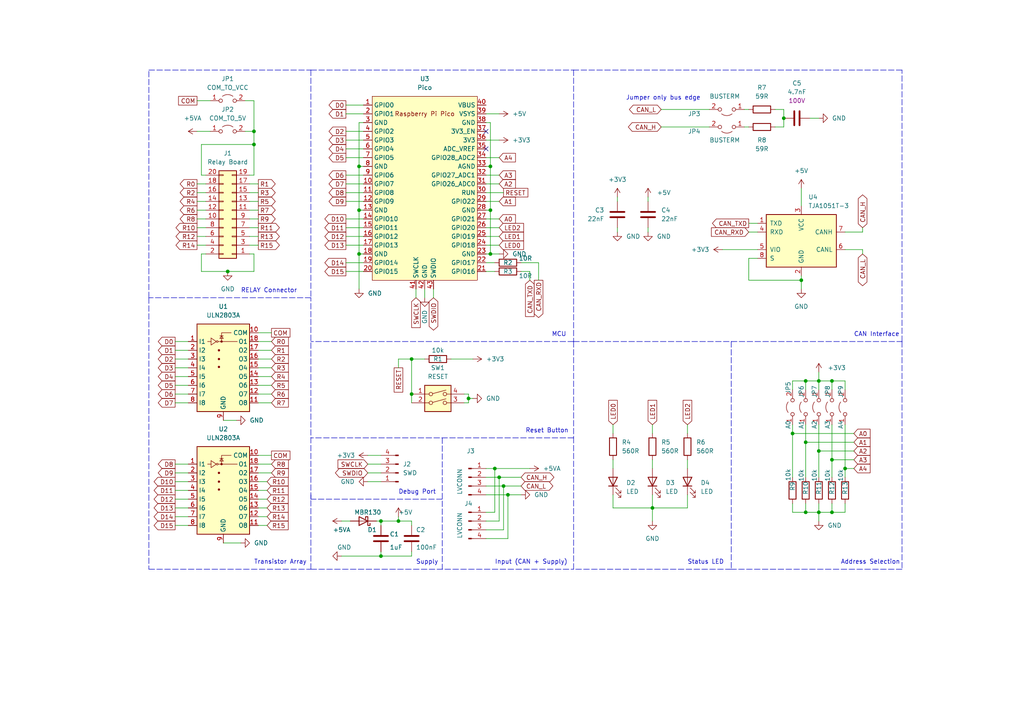
<source format=kicad_sch>
(kicad_sch (version 20211123) (generator eeschema)
  (paper "A4")
  (junction (at 241.3 148.59))
  (junction (at 227.33 34.29))
  (junction (at 233.68 148.59))
  (junction (at 110.49 151.13))
  (junction (at 119.38 104.14))
  (junction (at 233.68 110.49))
  (junction (at 189.23 147.32))
  (junction (at 110.49 161.29))
  (junction (at 237.49 148.59))
  (junction (at 135.89 115.57))
  (junction (at 104.14 48.26))
  (junction (at 229.87 125.73))
  (junction (at 144.78 138.43))
  (junction (at 245.11 135.89))
  (junction (at 142.24 60.96))
  (junction (at 142.24 48.26))
  (junction (at 104.14 73.66))
  (junction (at 73.66 38.1))
  (junction (at 119.38 114.3))
  (junction (at 143.51 135.89))
  (junction (at 241.3 133.35))
  (junction (at 66.04 78.74))
  (junction (at 115.57 151.13))
  (junction (at 232.41 81.28))
  (junction (at 147.32 143.51))
  (junction (at 237.49 110.49))
  (junction (at 233.68 128.27))
  (junction (at 146.05 140.97))
  (junction (at 237.49 130.81))
  (junction (at 104.14 60.96))
  (junction (at 241.3 110.49))
  (junction (at 142.24 73.66))
  (junction (at 73.66 41.91))
  (no_connect (at 140.97 43.18))
  (no_connect (at 140.97 38.1))
  (wire (pts (xy 119.38 104.14) (xy 119.38 114.3)))
  (wire (pts (xy 229.87 146.05) (xy 229.87 148.59)))
  (wire (pts (xy 227.33 36.83) (xy 227.33 34.29)))
  (wire (pts (xy 250.19 66.04) (xy 250.19 67.31)))
  (wire (pts (xy 140.97 76.2) (xy 143.51 76.2)))
  (wire (pts (xy 237.49 107.95) (xy 237.49 110.49)))
  (wire (pts (xy 233.68 148.59) (xy 233.68 146.05)))
  (wire (pts (xy 72.39 53.34) (xy 74.93 53.34)))
  (wire (pts (xy 100.33 78.74) (xy 105.41 78.74)))
  (polyline (pts (xy 90.17 20.32) (xy 166.37 20.32)))
  (wire (pts (xy 241.3 110.49) (xy 245.11 110.49)))
  (wire (pts (xy 50.8 116.84) (xy 54.61 116.84)))
  (wire (pts (xy 140.97 66.04) (xy 144.78 66.04)))
  (wire (pts (xy 177.8 123.19) (xy 177.8 125.73)))
  (wire (pts (xy 57.15 55.88) (xy 59.69 55.88)))
  (wire (pts (xy 100.33 53.34) (xy 105.41 53.34)))
  (wire (pts (xy 57.15 63.5) (xy 59.69 63.5)))
  (wire (pts (xy 140.97 58.42) (xy 144.78 58.42)))
  (wire (pts (xy 109.22 151.13) (xy 110.49 151.13)))
  (wire (pts (xy 245.11 146.05) (xy 245.11 148.59)))
  (wire (pts (xy 245.11 148.59) (xy 241.3 148.59)))
  (wire (pts (xy 123.19 83.82) (xy 123.19 86.36)))
  (wire (pts (xy 146.05 153.67) (xy 146.05 140.97)))
  (wire (pts (xy 50.8 147.32) (xy 54.61 147.32)))
  (wire (pts (xy 74.93 142.24) (xy 77.47 142.24)))
  (wire (pts (xy 50.8 106.68) (xy 54.61 106.68)))
  (wire (pts (xy 189.23 133.35) (xy 189.23 135.89)))
  (wire (pts (xy 74.93 134.62) (xy 78.74 134.62)))
  (wire (pts (xy 219.71 74.93) (xy 217.17 74.93)))
  (wire (pts (xy 74.93 99.06) (xy 78.74 99.06)))
  (wire (pts (xy 233.68 110.49) (xy 233.68 113.03)))
  (wire (pts (xy 179.07 66.04) (xy 179.07 67.31)))
  (wire (pts (xy 146.05 140.97) (xy 151.13 140.97)))
  (wire (pts (xy 105.41 73.66) (xy 104.14 73.66)))
  (wire (pts (xy 179.07 57.15) (xy 179.07 58.42)))
  (wire (pts (xy 105.41 60.96) (xy 104.14 60.96)))
  (wire (pts (xy 232.41 80.01) (xy 232.41 81.28)))
  (wire (pts (xy 140.97 138.43) (xy 144.78 138.43)))
  (wire (pts (xy 144.78 138.43) (xy 151.13 138.43)))
  (wire (pts (xy 140.97 156.21) (xy 147.32 156.21)))
  (wire (pts (xy 140.97 60.96) (xy 142.24 60.96)))
  (wire (pts (xy 191.77 31.75) (xy 205.74 31.75)))
  (wire (pts (xy 58.42 41.91) (xy 73.66 41.91)))
  (wire (pts (xy 217.17 74.93) (xy 217.17 81.28)))
  (wire (pts (xy 241.3 113.03) (xy 241.3 110.49)))
  (wire (pts (xy 199.39 123.19) (xy 199.39 125.73)))
  (wire (pts (xy 125.73 83.82) (xy 125.73 86.36)))
  (wire (pts (xy 115.57 104.14) (xy 115.57 106.68)))
  (wire (pts (xy 100.33 40.64) (xy 105.41 40.64)))
  (wire (pts (xy 140.97 151.13) (xy 144.78 151.13)))
  (wire (pts (xy 72.39 66.04) (xy 74.93 66.04)))
  (wire (pts (xy 100.33 45.72) (xy 105.41 45.72)))
  (wire (pts (xy 140.97 45.72) (xy 144.78 45.72)))
  (wire (pts (xy 187.96 57.15) (xy 187.96 58.42)))
  (wire (pts (xy 140.97 148.59) (xy 143.51 148.59)))
  (wire (pts (xy 73.66 50.8) (xy 73.66 41.91)))
  (wire (pts (xy 58.42 73.66) (xy 58.42 78.74)))
  (wire (pts (xy 119.38 152.4) (xy 119.38 151.13)))
  (wire (pts (xy 233.68 110.49) (xy 237.49 110.49)))
  (wire (pts (xy 74.93 116.84) (xy 78.74 116.84)))
  (wire (pts (xy 50.8 114.3) (xy 54.61 114.3)))
  (wire (pts (xy 71.12 38.1) (xy 73.66 38.1)))
  (wire (pts (xy 74.93 132.08) (xy 78.74 132.08)))
  (wire (pts (xy 227.33 31.75) (xy 224.79 31.75)))
  (wire (pts (xy 229.87 125.73) (xy 247.65 125.73)))
  (wire (pts (xy 245.11 135.89) (xy 245.11 138.43)))
  (wire (pts (xy 100.33 71.12) (xy 105.41 71.12)))
  (polyline (pts (xy 166.37 99.06) (xy 90.17 99.06)))
  (wire (pts (xy 237.49 123.19) (xy 237.49 130.81)))
  (wire (pts (xy 229.87 148.59) (xy 233.68 148.59)))
  (polyline (pts (xy 166.37 165.1) (xy 166.37 127)))
  (wire (pts (xy 50.8 99.06) (xy 54.61 99.06)))
  (wire (pts (xy 134.62 116.84) (xy 135.89 116.84)))
  (wire (pts (xy 241.3 123.19) (xy 241.3 133.35)))
  (wire (pts (xy 199.39 143.51) (xy 199.39 147.32)))
  (wire (pts (xy 237.49 130.81) (xy 247.65 130.81)))
  (wire (pts (xy 245.11 123.19) (xy 245.11 135.89)))
  (wire (pts (xy 135.89 116.84) (xy 135.89 115.57)))
  (wire (pts (xy 100.33 76.2) (xy 105.41 76.2)))
  (wire (pts (xy 72.39 63.5) (xy 74.93 63.5)))
  (wire (pts (xy 245.11 72.39) (xy 250.19 72.39)))
  (polyline (pts (xy 212.09 165.1) (xy 166.37 165.1)))
  (wire (pts (xy 140.97 35.56) (xy 142.24 35.56)))
  (wire (pts (xy 72.39 71.12) (xy 74.93 71.12)))
  (wire (pts (xy 143.51 135.89) (xy 153.67 135.89)))
  (polyline (pts (xy 166.37 99.06) (xy 212.09 99.06)))
  (wire (pts (xy 115.57 151.13) (xy 119.38 151.13)))
  (wire (pts (xy 245.11 113.03) (xy 245.11 110.49)))
  (wire (pts (xy 135.89 115.57) (xy 137.16 115.57)))
  (wire (pts (xy 229.87 113.03) (xy 229.87 110.49)))
  (wire (pts (xy 100.33 58.42) (xy 105.41 58.42)))
  (wire (pts (xy 110.49 151.13) (xy 110.49 152.4)))
  (wire (pts (xy 237.49 146.05) (xy 237.49 148.59)))
  (wire (pts (xy 227.33 34.29) (xy 227.33 31.75)))
  (wire (pts (xy 135.89 114.3) (xy 135.89 115.57)))
  (wire (pts (xy 110.49 161.29) (xy 119.38 161.29)))
  (wire (pts (xy 233.68 128.27) (xy 247.65 128.27)))
  (wire (pts (xy 241.3 110.49) (xy 237.49 110.49)))
  (wire (pts (xy 140.97 33.02) (xy 144.78 33.02)))
  (wire (pts (xy 104.14 60.96) (xy 104.14 48.26)))
  (wire (pts (xy 189.23 123.19) (xy 189.23 125.73)))
  (wire (pts (xy 66.04 78.74) (xy 73.66 78.74)))
  (wire (pts (xy 106.68 134.62) (xy 110.49 134.62)))
  (wire (pts (xy 100.33 68.58) (xy 105.41 68.58)))
  (wire (pts (xy 140.97 50.8) (xy 144.78 50.8)))
  (wire (pts (xy 177.8 147.32) (xy 189.23 147.32)))
  (wire (pts (xy 187.96 66.04) (xy 187.96 67.31)))
  (wire (pts (xy 241.3 146.05) (xy 241.3 148.59)))
  (wire (pts (xy 217.17 64.77) (xy 219.71 64.77)))
  (wire (pts (xy 115.57 104.14) (xy 119.38 104.14)))
  (polyline (pts (xy 166.37 99.06) (xy 166.37 127)))
  (wire (pts (xy 100.33 55.88) (xy 105.41 55.88)))
  (wire (pts (xy 115.57 151.13) (xy 110.49 151.13)))
  (wire (pts (xy 233.68 123.19) (xy 233.68 128.27)))
  (wire (pts (xy 224.79 36.83) (xy 227.33 36.83)))
  (wire (pts (xy 215.9 31.75) (xy 217.17 31.75)))
  (wire (pts (xy 50.8 152.4) (xy 54.61 152.4)))
  (polyline (pts (xy 212.09 99.06) (xy 212.09 165.1)))
  (wire (pts (xy 73.66 38.1) (xy 73.66 29.21)))
  (wire (pts (xy 229.87 125.73) (xy 229.87 138.43)))
  (wire (pts (xy 57.15 29.21) (xy 60.96 29.21)))
  (wire (pts (xy 74.93 152.4) (xy 77.47 152.4)))
  (polyline (pts (xy 166.37 20.32) (xy 166.37 99.06)))
  (wire (pts (xy 106.68 132.08) (xy 110.49 132.08)))
  (wire (pts (xy 100.33 43.18) (xy 105.41 43.18)))
  (wire (pts (xy 74.93 144.78) (xy 77.47 144.78)))
  (wire (pts (xy 151.13 76.2) (xy 156.21 76.2)))
  (wire (pts (xy 140.97 40.64) (xy 144.78 40.64)))
  (wire (pts (xy 245.11 135.89) (xy 247.65 135.89)))
  (wire (pts (xy 74.93 106.68) (xy 78.74 106.68)))
  (wire (pts (xy 74.93 96.52) (xy 78.74 96.52)))
  (wire (pts (xy 189.23 147.32) (xy 199.39 147.32)))
  (wire (pts (xy 156.21 76.2) (xy 156.21 81.28)))
  (wire (pts (xy 100.33 38.1) (xy 105.41 38.1)))
  (wire (pts (xy 115.57 149.86) (xy 115.57 151.13)))
  (wire (pts (xy 140.97 55.88) (xy 146.05 55.88)))
  (wire (pts (xy 140.97 71.12) (xy 144.78 71.12)))
  (polyline (pts (xy 43.18 20.32) (xy 90.17 20.32)))
  (polyline (pts (xy 43.18 86.36) (xy 43.18 165.1)))
  (wire (pts (xy 140.97 153.67) (xy 146.05 153.67)))
  (wire (pts (xy 119.38 104.14) (xy 123.19 104.14)))
  (wire (pts (xy 104.14 73.66) (xy 104.14 83.82)))
  (wire (pts (xy 57.15 58.42) (xy 59.69 58.42)))
  (wire (pts (xy 50.8 139.7) (xy 54.61 139.7)))
  (wire (pts (xy 104.14 73.66) (xy 104.14 60.96)))
  (wire (pts (xy 74.93 109.22) (xy 78.74 109.22)))
  (wire (pts (xy 74.93 104.14) (xy 78.74 104.14)))
  (wire (pts (xy 74.93 101.6) (xy 78.74 101.6)))
  (wire (pts (xy 104.14 48.26) (xy 105.41 48.26)))
  (wire (pts (xy 50.8 109.22) (xy 54.61 109.22)))
  (wire (pts (xy 241.3 133.35) (xy 241.3 138.43)))
  (wire (pts (xy 57.15 71.12) (xy 59.69 71.12)))
  (wire (pts (xy 100.33 33.02) (xy 105.41 33.02)))
  (wire (pts (xy 140.97 73.66) (xy 142.24 73.66)))
  (wire (pts (xy 191.77 36.83) (xy 205.74 36.83)))
  (wire (pts (xy 177.8 147.32) (xy 177.8 143.51)))
  (wire (pts (xy 130.81 104.14) (xy 137.16 104.14)))
  (wire (pts (xy 153.67 78.74) (xy 153.67 81.28)))
  (polyline (pts (xy 166.37 127) (xy 90.17 127)))
  (wire (pts (xy 177.8 133.35) (xy 177.8 135.89)))
  (wire (pts (xy 250.19 72.39) (xy 250.19 73.66)))
  (wire (pts (xy 50.8 101.6) (xy 54.61 101.6)))
  (wire (pts (xy 142.24 48.26) (xy 142.24 60.96)))
  (wire (pts (xy 100.33 30.48) (xy 105.41 30.48)))
  (wire (pts (xy 229.87 123.19) (xy 229.87 125.73)))
  (wire (pts (xy 50.8 137.16) (xy 54.61 137.16)))
  (polyline (pts (xy 90.17 165.1) (xy 166.37 165.1)))
  (wire (pts (xy 140.97 143.51) (xy 147.32 143.51)))
  (wire (pts (xy 147.32 143.51) (xy 151.13 143.51)))
  (wire (pts (xy 74.93 139.7) (xy 77.47 139.7)))
  (wire (pts (xy 237.49 148.59) (xy 237.49 151.13)))
  (wire (pts (xy 73.66 73.66) (xy 72.39 73.66)))
  (wire (pts (xy 140.97 53.34) (xy 144.78 53.34)))
  (wire (pts (xy 105.41 35.56) (xy 104.14 35.56)))
  (wire (pts (xy 99.06 151.13) (xy 101.6 151.13)))
  (wire (pts (xy 57.15 68.58) (xy 59.69 68.58)))
  (wire (pts (xy 110.49 161.29) (xy 110.49 160.02)))
  (wire (pts (xy 237.49 130.81) (xy 237.49 138.43)))
  (wire (pts (xy 237.49 148.59) (xy 233.68 148.59)))
  (wire (pts (xy 151.13 78.74) (xy 153.67 78.74)))
  (wire (pts (xy 99.06 161.29) (xy 110.49 161.29)))
  (wire (pts (xy 217.17 81.28) (xy 232.41 81.28)))
  (polyline (pts (xy 212.09 99.06) (xy 261.62 99.06)))
  (polyline (pts (xy 90.17 165.1) (xy 90.17 86.36)))
  (polyline (pts (xy 261.62 165.1) (xy 212.09 165.1)))
  (wire (pts (xy 215.9 36.83) (xy 217.17 36.83)))
  (wire (pts (xy 74.93 147.32) (xy 77.47 147.32)))
  (wire (pts (xy 140.97 78.74) (xy 143.51 78.74)))
  (wire (pts (xy 232.41 81.28) (xy 232.41 83.82)))
  (polyline (pts (xy 128.27 144.78) (xy 90.17 144.78)))
  (wire (pts (xy 241.3 133.35) (xy 247.65 133.35)))
  (wire (pts (xy 57.15 53.34) (xy 59.69 53.34)))
  (wire (pts (xy 59.69 50.8) (xy 58.42 50.8)))
  (wire (pts (xy 50.8 144.78) (xy 54.61 144.78)))
  (wire (pts (xy 50.8 104.14) (xy 54.61 104.14)))
  (wire (pts (xy 58.42 41.91) (xy 58.42 50.8)))
  (wire (pts (xy 142.24 35.56) (xy 142.24 48.26)))
  (wire (pts (xy 72.39 58.42) (xy 74.93 58.42)))
  (wire (pts (xy 74.93 149.86) (xy 77.47 149.86)))
  (wire (pts (xy 58.42 78.74) (xy 66.04 78.74)))
  (wire (pts (xy 72.39 55.88) (xy 74.93 55.88)))
  (wire (pts (xy 50.8 134.62) (xy 54.61 134.62)))
  (wire (pts (xy 140.97 68.58) (xy 144.78 68.58)))
  (wire (pts (xy 50.8 149.86) (xy 54.61 149.86)))
  (wire (pts (xy 143.51 148.59) (xy 143.51 135.89)))
  (wire (pts (xy 144.78 151.13) (xy 144.78 138.43)))
  (polyline (pts (xy 261.62 99.06) (xy 261.62 20.32)))
  (wire (pts (xy 59.69 73.66) (xy 58.42 73.66)))
  (wire (pts (xy 64.77 121.92) (xy 68.58 121.92)))
  (wire (pts (xy 140.97 63.5) (xy 144.78 63.5)))
  (wire (pts (xy 120.65 83.82) (xy 120.65 86.36)))
  (wire (pts (xy 72.39 60.96) (xy 74.93 60.96)))
  (polyline (pts (xy 90.17 20.32) (xy 90.17 86.36)))
  (wire (pts (xy 106.68 139.7) (xy 110.49 139.7)))
  (wire (pts (xy 57.15 60.96) (xy 59.69 60.96)))
  (wire (pts (xy 74.93 114.3) (xy 78.74 114.3)))
  (polyline (pts (xy 261.62 20.32) (xy 166.37 20.32)))
  (wire (pts (xy 72.39 50.8) (xy 73.66 50.8)))
  (wire (pts (xy 100.33 63.5) (xy 105.41 63.5)))
  (wire (pts (xy 142.24 60.96) (xy 142.24 73.66)))
  (wire (pts (xy 119.38 114.3) (xy 119.38 116.84)))
  (polyline (pts (xy 90.17 86.36) (xy 43.18 86.36)))
  (wire (pts (xy 72.39 68.58) (xy 74.93 68.58)))
  (wire (pts (xy 143.51 135.89) (xy 140.97 135.89)))
  (wire (pts (xy 50.8 111.76) (xy 54.61 111.76)))
  (polyline (pts (xy 43.18 165.1) (xy 90.17 165.1)))
  (wire (pts (xy 100.33 66.04) (xy 105.41 66.04)))
  (polyline (pts (xy 128.27 127) (xy 128.27 165.1)))
  (wire (pts (xy 57.15 66.04) (xy 59.69 66.04)))
  (wire (pts (xy 100.33 50.8) (xy 105.41 50.8)))
  (wire (pts (xy 64.77 157.48) (xy 69.85 157.48)))
  (polyline (pts (xy 43.18 86.36) (xy 43.18 20.32)))
  (wire (pts (xy 142.24 73.66) (xy 144.78 73.66)))
  (wire (pts (xy 140.97 140.97) (xy 146.05 140.97)))
  (wire (pts (xy 147.32 143.51) (xy 147.32 156.21)))
  (wire (pts (xy 237.49 110.49) (xy 237.49 113.03)))
  (wire (pts (xy 232.41 54.61) (xy 232.41 59.69)))
  (wire (pts (xy 134.62 114.3) (xy 135.89 114.3)))
  (wire (pts (xy 209.55 72.39) (xy 219.71 72.39)))
  (wire (pts (xy 57.15 38.1) (xy 60.96 38.1)))
  (wire (pts (xy 245.11 67.31) (xy 250.19 67.31)))
  (wire (pts (xy 233.68 128.27) (xy 233.68 138.43)))
  (wire (pts (xy 73.66 29.21) (xy 71.12 29.21)))
  (wire (pts (xy 241.3 148.59) (xy 237.49 148.59)))
  (wire (pts (xy 234.95 34.29) (xy 237.49 34.29)))
  (wire (pts (xy 106.68 137.16) (xy 110.49 137.16)))
  (wire (pts (xy 104.14 35.56) (xy 104.14 48.26)))
  (wire (pts (xy 217.17 67.31) (xy 219.71 67.31)))
  (wire (pts (xy 199.39 133.35) (xy 199.39 135.89)))
  (wire (pts (xy 229.87 110.49) (xy 233.68 110.49)))
  (wire (pts (xy 74.93 137.16) (xy 78.74 137.16)))
  (wire (pts (xy 140.97 48.26) (xy 142.24 48.26)))
  (polyline (pts (xy 90.17 144.78) (xy 90.17 143.51)))
  (wire (pts (xy 73.66 38.1) (xy 73.66 41.91)))
  (wire (pts (xy 189.23 143.51) (xy 189.23 147.32)))
  (polyline (pts (xy 261.62 99.06) (xy 261.62 165.1)))
  (wire (pts (xy 50.8 142.24) (xy 54.61 142.24)))
  (wire (pts (xy 189.23 147.32) (xy 189.23 151.13)))
  (wire (pts (xy 119.38 161.29) (xy 119.38 160.02)))
  (wire (pts (xy 74.93 111.76) (xy 78.74 111.76)))
  (wire (pts (xy 73.66 78.74) (xy 73.66 73.66)))
  (text "CAN Interface" (at 247.65 97.79 0) (effects (font (size 1.27 1.27)) (justify left bottom)))
  (text "Address Selection" (at 243.84 163.83 0) (effects (font (size 1.27 1.27)) (justify left bottom)))
  (text "Transistor Array" (at 73.66 163.83 0) (effects (font (size 1.27 1.27)) (justify left bottom)))
  (text "Debug Port" (at 115.57 143.51 0) (effects (font (size 1.27 1.27)) (justify left bottom)))
  (text "MCU" (at 160.02 97.79 0) (effects (font (size 1.27 1.27)) (justify left bottom)))
  (text "RELAY Connector" (at 69.85 85.09 0) (effects (font (size 1.27 1.27)) (justify left bottom)))
  (text "Jumper only bus edge" (at 203.2 29.21 180) (effects (font (size 1.27 1.27)) (justify right bottom)))
  (text "Status LED" (at 199.39 163.83 0) (effects (font (size 1.27 1.27)) (justify left bottom)))
  (text "Reset Button" (at 152.4 125.73 0) (effects (font (size 1.27 1.27)) (justify left bottom)))
  (text "Supply" (at 120.65 163.83 0) (effects (font (size 1.27 1.27)) (justify left bottom)))
  (text "Input (CAN + Supply)" (at 143.51 163.83 0) (effects (font (size 1.27 1.27)) (justify left bottom)))
  (global_label "A0" (shape input) (at 144.78 63.5 0) (property "Referências entre as folhas" "${INTERSHEET_REFS}" (effects hide)))
  (global_label "A3" (shape input) (at 144.78 50.8 0) (property "Referências entre as folhas" "${INTERSHEET_REFS}" (effects hide)))
  (global_label "D4" (shape output) (at 50.8 109.22 180) (property "Referências entre as folhas" "${INTERSHEET_REFS}" (effects hide)))
  (global_label "D2" (shape output) (at 50.8 104.14 180) (property "Referências entre as folhas" "${INTERSHEET_REFS}" (effects hide)))
  (global_label "D13" (shape output) (at 50.8 147.32 180) (property "Referências entre as folhas" "${INTERSHEET_REFS}" (effects hide)))
  (global_label "R14" (shape output) (at 57.15 71.12 180) (property "Referências entre as folhas" "${INTERSHEET_REFS}" (effects hide)))
  (global_label "D1" (shape output) (at 100.33 33.02 180) (property "Referências entre as folhas" "${INTERSHEET_REFS}" (effects hide)))
  (global_label "R14" (shape input) (at 77.47 149.86 0) (property "Referências entre as folhas" "${INTERSHEET_REFS}" (effects hide)))
  (global_label "RESET" (shape passive) (at 115.57 106.68 270) (property "Referências entre as folhas" "${INTERSHEET_REFS}" (effects hide)))
  (global_label "CAN_L" (shape bidirectional) (at 250.19 73.66 270) (property "Referências entre as folhas" "${INTERSHEET_REFS}" (effects hide)))
  (global_label "R6" (shape output) (at 57.15 60.96 180) (property "Referências entre as folhas" "${INTERSHEET_REFS}" (effects hide)))
  (global_label "COM" (shape passive) (at 57.15 29.21 180) (property "Referências entre as folhas" "${INTERSHEET_REFS}" (effects hide)))
  (global_label "D12" (shape output) (at 50.8 144.78 180) (property "Referências entre as folhas" "${INTERSHEET_REFS}" (effects hide)))
  (global_label "LED0" (shape input) (at 177.8 123.19 90) (property "Referências entre as folhas" "${INTERSHEET_REFS}" (effects hide)))
  (global_label "COM" (shape passive) (at 78.74 96.52 0) (property "Referências entre as folhas" "${INTERSHEET_REFS}" (effects hide)))
  (global_label "R0" (shape input) (at 78.74 99.06 0) (property "Referências entre as folhas" "${INTERSHEET_REFS}" (effects hide)))
  (global_label "D1" (shape output) (at 50.8 101.6 180) (property "Referências entre as folhas" "${INTERSHEET_REFS}" (effects hide)))
  (global_label "A3" (shape input) (at 247.65 133.35 0) (property "Referências entre as folhas" "${INTERSHEET_REFS}" (effects hide)))
  (global_label "D10" (shape output) (at 100.33 63.5 180) (property "Referências entre as folhas" "${INTERSHEET_REFS}" (effects hide)))
  (global_label "LED1" (shape input) (at 189.23 123.19 90) (property "Referências entre as folhas" "${INTERSHEET_REFS}" (effects hide)))
  (global_label "CAN_L" (shape bidirectional) (at 151.13 140.97 0) (property "Referências entre as folhas" "${INTERSHEET_REFS}" (effects hide)))
  (global_label "CAN_RXD" (shape output) (at 156.21 81.28 270) (property "Referências entre as folhas" "${INTERSHEET_REFS}" (effects hide)))
  (global_label "D6" (shape output) (at 50.8 114.3 180) (property "Referências entre as folhas" "${INTERSHEET_REFS}" (effects hide)))
  (global_label "R5" (shape input) (at 78.74 111.76 0) (property "Referências entre as folhas" "${INTERSHEET_REFS}" (effects hide)))
  (global_label "D5" (shape output) (at 100.33 45.72 180) (property "Referências entre as folhas" "${INTERSHEET_REFS}" (effects hide)))
  (global_label "R12" (shape input) (at 77.47 144.78 0) (property "Referências entre as folhas" "${INTERSHEET_REFS}" (effects hide)))
  (global_label "CAN_H" (shape bidirectional) (at 250.19 66.04 90) (property "Referências entre as folhas" "${INTERSHEET_REFS}" (effects hide)))
  (global_label "R6" (shape input) (at 78.74 114.3 0) (property "Referências entre as folhas" "${INTERSHEET_REFS}" (effects hide)))
  (global_label "D9" (shape output) (at 100.33 58.42 180) (property "Referências entre as folhas" "${INTERSHEET_REFS}" (effects hide)))
  (global_label "SWCLK" (shape input) (at 106.68 134.62 180) (property "Referências entre as folhas" "${INTERSHEET_REFS}" (effects hide)))
  (global_label "D8" (shape output) (at 50.8 134.62 180) (property "Referências entre as folhas" "${INTERSHEET_REFS}" (effects hide)))
  (global_label "R5" (shape output) (at 74.93 58.42 0) (property "Referências entre as folhas" "${INTERSHEET_REFS}" (effects hide)))
  (global_label "R11" (shape input) (at 77.47 142.24 0) (property "Referências entre as folhas" "${INTERSHEET_REFS}" (effects hide)))
  (global_label "R13" (shape input) (at 77.47 147.32 0) (property "Referências entre as folhas" "${INTERSHEET_REFS}" (effects hide)))
  (global_label "RESET" (shape passive) (at 146.05 55.88 0) (property "Referências entre as folhas" "${INTERSHEET_REFS}" (effects hide)))
  (global_label "R10" (shape output) (at 57.15 66.04 180) (property "Referências entre as folhas" "${INTERSHEET_REFS}" (effects hide)))
  (global_label "R4" (shape output) (at 57.15 58.42 180) (property "Referências entre as folhas" "${INTERSHEET_REFS}" (effects hide)))
  (global_label "D11" (shape output) (at 100.33 66.04 180) (property "Referências entre as folhas" "${INTERSHEET_REFS}" (effects hide)))
  (global_label "R10" (shape input) (at 77.47 139.7 0) (property "Referências entre as folhas" "${INTERSHEET_REFS}" (effects hide)))
  (global_label "R13" (shape output) (at 74.93 68.58 0) (property "Referências entre as folhas" "${INTERSHEET_REFS}" (effects hide)))
  (global_label "R3" (shape output) (at 74.93 55.88 0) (property "Referências entre as folhas" "${INTERSHEET_REFS}" (effects hide)))
  (global_label "R2" (shape output) (at 57.15 55.88 180) (property "Referências entre as folhas" "${INTERSHEET_REFS}" (effects hide)))
  (global_label "R8" (shape input) (at 78.74 134.62 0) (property "Referências entre as folhas" "${INTERSHEET_REFS}" (effects hide)))
  (global_label "D4" (shape output) (at 100.33 43.18 180) (property "Referências entre as folhas" "${INTERSHEET_REFS}" (effects hide)))
  (global_label "CAN_H" (shape bidirectional) (at 191.77 36.83 180) (property "Referências entre as folhas" "${INTERSHEET_REFS}" (effects hide)))
  (global_label "D6" (shape output) (at 100.33 50.8 180) (property "Referências entre as folhas" "${INTERSHEET_REFS}" (effects hide)))
  (global_label "A4" (shape input) (at 247.65 135.89 0) (property "Referências entre as folhas" "${INTERSHEET_REFS}" (effects hide)))
  (global_label "R15" (shape input) (at 77.47 152.4 0) (property "Referências entre as folhas" "${INTERSHEET_REFS}" (effects hide)))
  (global_label "R1" (shape output) (at 74.93 53.34 0) (property "Referências entre as folhas" "${INTERSHEET_REFS}" (effects hide)))
  (global_label "D15" (shape output) (at 100.33 78.74 180) (property "Referências entre as folhas" "${INTERSHEET_REFS}" (effects hide)))
  (global_label "R15" (shape output) (at 74.93 71.12 0) (property "Referências entre as folhas" "${INTERSHEET_REFS}" (effects hide)))
  (global_label "R0" (shape output) (at 57.15 53.34 180) (property "Referências entre as folhas" "${INTERSHEET_REFS}" (effects hide)))
  (global_label "A2" (shape input) (at 247.65 130.81 0) (property "Referências entre as folhas" "${INTERSHEET_REFS}" (effects hide)))
  (global_label "D8" (shape output) (at 100.33 55.88 180) (property "Referências entre as folhas" "${INTERSHEET_REFS}" (effects hide)))
  (global_label "D13" (shape output) (at 100.33 71.12 180) (property "Referências entre as folhas" "${INTERSHEET_REFS}" (effects hide)))
  (global_label "LED1" (shape input) (at 144.78 68.58 0) (property "Referências entre as folhas" "${INTERSHEET_REFS}" (effects hide)))
  (global_label "R9" (shape input) (at 78.74 137.16 0) (property "Referências entre as folhas" "${INTERSHEET_REFS}" (effects hide)))
  (global_label "A0" (shape input) (at 247.65 125.73 0) (property "Referências entre as folhas" "${INTERSHEET_REFS}" (effects hide)))
  (global_label "R7" (shape input) (at 78.74 116.84 0) (property "Referências entre as folhas" "${INTERSHEET_REFS}" (effects hide)))
  (global_label "R11" (shape output) (at 74.93 66.04 0) (property "Referências entre as folhas" "${INTERSHEET_REFS}" (effects hide)))
  (global_label "SWCLK" (shape input) (at 120.65 86.36 270) (property "Referências entre as folhas" "${INTERSHEET_REFS}" (effects hide)))
  (global_label "D7" (shape output) (at 50.8 116.84 180) (property "Referências entre as folhas" "${INTERSHEET_REFS}" (effects hide)))
  (global_label "LED0" (shape input) (at 144.78 71.12 0) (property "Referências entre as folhas" "${INTERSHEET_REFS}" (effects hide)))
  (global_label "CAN_RXD" (shape input) (at 217.17 67.31 180) (property "Referências entre as folhas" "${INTERSHEET_REFS}" (effects hide)))
  (global_label "A2" (shape input) (at 144.78 53.34 0) (property "Referências entre as folhas" "${INTERSHEET_REFS}" (effects hide)))
  (global_label "D3" (shape output) (at 50.8 106.68 180) (property "Referências entre as folhas" "${INTERSHEET_REFS}" (effects hide)))
  (global_label "R3" (shape input) (at 78.74 106.68 0) (property "Referências entre as folhas" "${INTERSHEET_REFS}" (effects hide)))
  (global_label "LED2" (shape input) (at 199.39 123.19 90) (property "Referências entre as folhas" "${INTERSHEET_REFS}" (effects hide)))
  (global_label "D10" (shape output) (at 50.8 139.7 180) (property "Referências entre as folhas" "${INTERSHEET_REFS}" (effects hide)))
  (global_label "R7" (shape output) (at 74.93 60.96 0) (property "Referências entre as folhas" "${INTERSHEET_REFS}" (effects hide)))
  (global_label "D7" (shape output) (at 100.33 53.34 180) (property "Referências entre as folhas" "${INTERSHEET_REFS}" (effects hide)))
  (global_label "D3" (shape output) (at 100.33 40.64 180) (property "Referências entre as folhas" "${INTERSHEET_REFS}" (effects hide)))
  (global_label "A1" (shape input) (at 247.65 128.27 0) (property "Referências entre as folhas" "${INTERSHEET_REFS}" (effects hide)))
  (global_label "R12" (shape output) (at 57.15 68.58 180) (property "Referências entre as folhas" "${INTERSHEET_REFS}" (effects hide)))
  (global_label "R2" (shape input) (at 78.74 104.14 0) (property "Referências entre as folhas" "${INTERSHEET_REFS}" (effects hide)))
  (global_label "D2" (shape output) (at 100.33 38.1 180) (property "Referências entre as folhas" "${INTERSHEET_REFS}" (effects hide)))
  (global_label "CAN_H" (shape bidirectional) (at 151.13 138.43 0) (property "Referências entre as folhas" "${INTERSHEET_REFS}" (effects hide)))
  (global_label "D5" (shape output) (at 50.8 111.76 180) (property "Referências entre as folhas" "${INTERSHEET_REFS}" (effects hide)))
  (global_label "D0" (shape output) (at 50.8 99.06 180) (property "Referências entre as folhas" "${INTERSHEET_REFS}" (effects hide)))
  (global_label "SWDIO" (shape bidirectional) (at 125.73 86.36 270) (property "Referências entre as folhas" "${INTERSHEET_REFS}" (effects hide)))
  (global_label "CAN_L" (shape bidirectional) (at 191.77 31.75 180) (property "Referências entre as folhas" "${INTERSHEET_REFS}" (effects hide)))
  (global_label "R9" (shape output) (at 74.93 63.5 0) (property "Referências entre as folhas" "${INTERSHEET_REFS}" (effects hide)))
  (global_label "D12" (shape output) (at 100.33 68.58 180) (property "Referências entre as folhas" "${INTERSHEET_REFS}" (effects hide)))
  (global_label "D0" (shape output) (at 100.33 30.48 180) (property "Referências entre as folhas" "${INTERSHEET_REFS}" (effects hide)))
  (global_label "D11" (shape output) (at 50.8 142.24 180) (property "Referências entre as folhas" "${INTERSHEET_REFS}" (effects hide)))
  (global_label "D14" (shape output) (at 50.8 149.86 180) (property "Referências entre as folhas" "${INTERSHEET_REFS}" (effects hide)))
  (global_label "SWDIO" (shape bidirectional) (at 106.68 137.16 180) (property "Referências entre as folhas" "${INTERSHEET_REFS}" (effects hide)))
  (global_label "D14" (shape output) (at 100.33 76.2 180) (property "Referências entre as folhas" "${INTERSHEET_REFS}" (effects hide)))
  (global_label "R1" (shape input) (at 78.74 101.6 0) (property "Referências entre as folhas" "${INTERSHEET_REFS}" (effects hide)))
  (global_label "CAN_TXD" (shape input) (at 153.67 81.28 270) (property "Referências entre as folhas" "${INTERSHEET_REFS}" (effects hide)))
  (global_label "A4" (shape input) (at 144.78 45.72 0) (property "Referências entre as folhas" "${INTERSHEET_REFS}" (effects hide)))
  (global_label "R4" (shape input) (at 78.74 109.22 0) (property "Referências entre as folhas" "${INTERSHEET_REFS}" (effects hide)))
  (global_label "CAN_TXD" (shape output) (at 217.17 64.77 180) (property "Referências entre as folhas" "${INTERSHEET_REFS}" (effects hide)))
  (global_label "R8" (shape output) (at 57.15 63.5 180) (property "Referências entre as folhas" "${INTERSHEET_REFS}" (effects hide)))
  (global_label "D9" (shape output) (at 50.8 137.16 180) (property "Referências entre as folhas" "${INTERSHEET_REFS}" (effects hide)))
  (global_label "LED2" (shape input) (at 144.78 66.04 0) (property "Referências entre as folhas" "${INTERSHEET_REFS}" (effects hide)))
  (global_label "D15" (shape output) (at 50.8 152.4 180) (property "Referências entre as folhas" "${INTERSHEET_REFS}" (effects hide)))
  (global_label "COM" (shape passive) (at 78.74 132.08 0) (property "Referências entre as folhas" "${INTERSHEET_REFS}" (effects hide)))
  (global_label "A1" (shape input) (at 144.78 58.42 0) (property "Referências entre as folhas" "${INTERSHEET_REFS}" (effects hide)))
  (symbol (lib_id "power:GND") (at 237.49 151.13 0) (unit 1)
    (property "Reference" "#PWR029" (effects hide))
    (property "Value" "GND" (at 240.03 152.3999 0) (effects (justify left)))
  )
  (symbol (lib_id "power:GND") (at 232.41 83.82 0) (unit 1)
    (property "Reference" "#PWR026" (effects hide))
    (property "Value" "GND" (at 232.41 88.9 0))
  )
  (symbol (lib_id "Device:R") (at 147.32 78.74 90) (unit 1)
    (property "Reference" "R3" (at 147.32 78.74 90))
    (property "Value" "10R" (at 152.4 80.01 90))
    (property "Footprint" "Resistor_SMD:R_0805_2012Metric_Pad1.20x1.40mm_HandSolder" (effects hide))
  )
  (symbol (lib_id "Device:R") (at 147.32 76.2 90) (unit 1)
    (property "Reference" "R2" (at 147.32 76.2 90))
    (property "Value" "10R" (at 152.4 74.93 90))
    (property "Footprint" "Resistor_SMD:R_0805_2012Metric_Pad1.20x1.40mm_HandSolder" (effects hide))
  )
  (symbol (lib_id "power:GND") (at 104.14 83.82 0) (unit 1)
    (property "Reference" "#PWR07" (effects hide))
    (property "Value" "GND" (at 106.68 85.0899 0) (effects (justify left)))
  )
  (symbol (lib_id "power:+3.3V") (at 179.07 57.15 0) (unit 1)
    (property "Reference" "#PWR019" (effects hide))
    (property "Value" "+3.3V" (at 179.07 52.07 0))
  )
  (symbol (lib_id "power:+3.3V") (at 209.55 72.39 90) (unit 1)
    (property "Reference" "#PWR024" (effects hide))
    (property "Value" "+3.3V" (at 205.74 72.3899 90) (effects (justify left)))
  )
  (symbol (lib_id "Jumper:Jumper_2_Open") (at 245.11 118.11 90) (unit 1)
    (property "Reference" "JP9" (at 243.84 111.76 0) (effects (justify right)))
    (property "Value" "A4" (at 243.84 121.92 0) (effects (justify right)))
    (property "Footprint" "Connector_PinHeader_2.54mm:PinHeader_1x02_P2.54mm_Vertical" (effects hide))
  )
  (symbol (lib_id "Device:R") (at 189.23 129.54 0) (unit 1)
    (property "Reference" "R5" (at 191.77 128.2699 0) (effects (justify left)))
    (property "Value" "560R" (at 191.77 130.8099 0) (effects (justify left)))
    (property "Footprint" "Resistor_SMD:R_0805_2012Metric_Pad1.20x1.40mm_HandSolder" (effects hide))
  )
  (symbol (lib_id "Device:R") (at 237.49 142.24 0) (unit 1)
    (property "Reference" "R11" (at 237.49 143.51 90) (effects (justify left)))
    (property "Value" "10k" (at 236.22 139.7 90) (effects (justify left)))
    (property "Footprint" "Resistor_SMD:R_0805_2012Metric_Pad1.20x1.40mm_HandSolder" (effects hide))
  )
  (symbol (lib_id "power:GND") (at 179.07 67.31 0) (unit 1)
    (property "Reference" "#PWR020" (effects hide))
    (property "Value" "GND" (at 181.61 68.5799 0) (effects (justify left)))
  )
  (symbol (lib_id "Switch:SW_DIP_x02") (at 127 116.84 0) (unit 1)
    (property "Reference" "SW1" (at 127 106.68 0))
    (property "Value" "RESET" (at 127 109.22 0))
    (property "Footprint" "EasyEda:SW-SMD_4P-L6.2-W6.2-P4.50-LS9.0" (effects hide))
  )
  (symbol (lib_id "Device:C") (at 187.96 62.23 0) (unit 1)
    (property "Reference" "C4" (at 191.77 60.9599 0) (effects (justify left)))
    (property "Value" "22nF" (at 191.77 63.4999 0) (effects (justify left)))
    (property "Footprint" "Capacitor_SMD:C_0805_2012Metric_Pad1.18x1.45mm_HandSolder" (effects hide))
  )
  (symbol (lib_id "Jumper:Jumper_2_Open") (at 66.04 38.1 0) (unit 1)
    (property "Reference" "JP2" (at 66.04 31.75 0))
    (property "Value" "COM_TO_5V" (at 66.04 34.29 0))
    (property "Footprint" "Connector_PinHeader_2.54mm:PinHeader_1x02_P2.54mm_Vertical" (effects hide))
  )
  (symbol (lib_id "power:GND") (at 237.49 34.29 90) (unit 1)
    (property "Reference" "#PWR027" (effects hide))
    (property "Value" "GND" (at 241.3 34.2899 90) (effects (justify right)))
  )
  (symbol (lib_id "Connector:Conn_01x04_Male") (at 115.57 137.16 180) (unit 1)
    (property "Reference" "J2" (at 116.84 134.6199 0) (effects (justify right)))
    (property "Value" "SWD" (at 116.84 137.1599 0) (effects (justify right)))
    (property "Footprint" "Connector_JST:JST_XH_B4B-XH-A_1x04_P2.50mm_Vertical" (effects hide))
  )
  (symbol (lib_id "MCU_RaspberryPi_and_Boards:Pico") (at 123.19 54.61 0) (unit 1)
    (property "Reference" "U3" (at 123.19 22.86 0))
    (property "Value" "Pico" (at 123.19 25.4 0))
    (property "Footprint" "MCU_RaspberryPi_and_Boards:RPi_Pico_SMD_TH" (effects hide))
  )
  (symbol (lib_id "power:GND") (at 106.68 139.7 270) (unit 1)
    (property "Reference" "#PWR09" (effects hide))
    (property "Value" "GND" (at 102.87 139.6999 90) (effects (justify right)))
  )
  (symbol (lib_id "power:GND") (at 69.85 157.48 90) (unit 1)
    (property "Reference" "#PWR04" (effects hide))
    (property "Value" "GND" (at 73.66 157.4799 90) (effects (justify right)))
  )
  (symbol (lib_id "Device:R") (at 233.68 142.24 0) (unit 1)
    (property "Reference" "R10" (at 233.68 143.51 90) (effects (justify left)))
    (property "Value" "10k" (at 232.41 139.7 90) (effects (justify left)))
    (property "Footprint" "Resistor_SMD:R_0805_2012Metric_Pad1.20x1.40mm_HandSolder" (effects hide))
  )
  (symbol (lib_id "Jumper:Jumper_2_Open") (at 229.87 118.11 90) (unit 1)
    (property "Reference" "JP5" (at 228.6 114.3 0) (effects (justify left)))
    (property "Value" "A0" (at 228.6 124.46 0) (effects (justify left)))
    (property "Footprint" "Connector_PinHeader_2.54mm:PinHeader_1x02_P2.54mm_Vertical" (effects hide))
  )
  (symbol (lib_id "Connector:Conn_01x04_Male") (at 135.89 151.13 0) (unit 1)
    (property "Reference" "J4" (at 135.89 146.05 0))
    (property "Value" "LVCONN" (at 133.35 152.4 90))
    (property "Footprint" "Connector_JST:JST_XH_S4B-XH-A_1x04_P2.50mm_Horizontal" (effects hide))
  )
  (symbol (lib_id "power:+5V") (at 144.78 33.02 270) (unit 1)
    (property "Reference" "#PWR014" (effects hide))
    (property "Value" "+5V" (at 148.59 33.0199 90) (effects (justify left)))
  )
  (symbol (lib_id "Device:R") (at 245.11 142.24 0) (unit 1)
    (property "Reference" "R13" (at 245.11 143.51 90) (effects (justify left)))
    (property "Value" "10k" (at 243.84 139.7 90) (effects (justify left)))
    (property "Footprint" "Resistor_SMD:R_0805_2012Metric_Pad1.20x1.40mm_HandSolder" (effects hide))
  )
  (symbol (lib_id "Connector_Generic:Conn_02x10_Odd_Even") (at 67.31 63.5 180) (unit 1)
    (property "Reference" "J1" (at 66.04 44.45 0))
    (property "Value" "Relay Board" (at 66.04 46.99 0))
    (property "Footprint" "Connector_PinSocket_2.54mm:PinSocket_2x10_P2.54mm_Vertical" (effects hide))
  )
  (symbol (lib_id "Device:C") (at 179.07 62.23 0) (unit 1)
    (property "Reference" "C3" (at 175.26 60.9599 0) (effects (justify right)))
    (property "Value" "22nF" (at 175.26 63.4999 0) (effects (justify right)))
    (property "Footprint" "Capacitor_SMD:C_0805_2012Metric_Pad1.18x1.45mm_HandSolder" (effects hide))
  )
  (symbol (lib_id "power:+3.3V") (at 144.78 40.64 270) (unit 1)
    (property "Reference" "#PWR015" (effects hide))
    (property "Value" "+3.3V" (at 148.59 40.6399 90) (effects (justify left)))
  )
  (symbol (lib_id "power:GND") (at 99.06 161.29 270) (unit 1)
    (property "Reference" "#PWR06" (effects hide))
    (property "Value" "GND" (at 97.79 158.75 90) (effects (justify left)))
  )
  (symbol (lib_id "power:GND") (at 151.13 143.51 90) (unit 1)
    (property "Reference" "#PWR017" (effects hide))
    (property "Value" "GND" (at 154.94 143.5099 90) (effects (justify right)))
  )
  (symbol (lib_id "power:+3.3V") (at 237.49 107.95 0) (unit 1)
    (property "Reference" "#PWR028" (effects hide))
    (property "Value" "+3.3V" (at 240.03 106.6799 0) (effects (justify left)))
  )
  (symbol (lib_id "power:GND") (at 189.23 151.13 0) (unit 1)
    (property "Reference" "#PWR023" (effects hide))
    (property "Value" "GND" (at 189.23 156.21 0))
  )
  (symbol (lib_id "power:GND") (at 68.58 121.92 90) (unit 1)
    (property "Reference" "#PWR03" (effects hide))
    (property "Value" "GND" (at 72.39 121.9199 90) (effects (justify right)))
  )
  (symbol (lib_id "Device:C") (at 110.49 156.21 0) (unit 1)
    (property "Reference" "C1" (at 113.03 154.94 0) (effects (justify left)))
    (property "Value" "1uF" (at 113.03 158.75 0) (effects (justify left)))
    (property "Footprint" "Capacitor_SMD:C_0805_2012Metric_Pad1.18x1.45mm_HandSolder" (effects hide))
  )
  (symbol (lib_id "power:GND") (at 66.04 78.74 0) (unit 1)
    (property "Reference" "#PWR02" (effects hide))
    (property "Value" "GND" (at 66.04 83.82 0))
  )
  (symbol (lib_id "power:GND") (at 137.16 115.57 90) (unit 1)
    (property "Reference" "#PWR013" (effects hide))
    (property "Value" "GND" (at 140.97 115.5699 90) (effects (justify right)))
  )
  (symbol (lib_id "Device:R") (at 220.98 36.83 270) (unit 1)
    (property "Reference" "R8" (at 220.98 40.64 90))
    (property "Value" "59R" (at 220.98 43.18 90))
    (property "Footprint" "Resistor_SMD:R_0805_2012Metric_Pad1.20x1.40mm_HandSolder" (effects hide))
  )
  (symbol (lib_id "power:GND") (at 187.96 67.31 0) (unit 1)
    (property "Reference" "#PWR022" (effects hide))
    (property "Value" "GND" (at 190.5 68.5799 0) (effects (justify left)))
  )
  (symbol (lib_id "Jumper:Jumper_2_Open") (at 233.68 118.11 90) (unit 1)
    (property "Reference" "JP6" (at 232.41 111.76 0) (effects (justify right)))
    (property "Value" "A1" (at 232.41 121.92 0) (effects (justify right)))
    (property "Footprint" "Connector_PinHeader_2.54mm:PinHeader_1x02_P2.54mm_Vertical" (effects hide))
  )
  (symbol (lib_id "Device:R") (at 177.8 129.54 0) (unit 1)
    (property "Reference" "R4" (at 180.34 128.2699 0) (effects (justify left)))
    (property "Value" "560R" (at 180.34 130.8099 0) (effects (justify left)))
    (property "Footprint" "Resistor_SMD:R_0805_2012Metric_Pad1.20x1.40mm_HandSolder" (effects hide))
  )
  (symbol (lib_id "power:+5VA") (at 153.67 135.89 270) (unit 1)
    (property "Reference" "#PWR018" (effects hide))
    (property "Value" "+5VA" (at 157.48 135.8899 90) (effects (justify left)))
  )
  (symbol (lib_id "power:+5VA") (at 57.15 38.1 90) (unit 1)
    (property "Reference" "#PWR01" (effects hide))
    (property "Value" "+5VA" (at 55.88 34.29 90))
  )
  (symbol (lib_id "Interface_CAN_LIN:TJA1051T-3") (at 232.41 69.85 0) (unit 1)
    (property "Reference" "U4" (at 234.4294 57.15 0) (effects (justify left)))
    (property "Value" "TJA1051T-3" (at 234.4294 59.69 0) (effects (justify left)))
    (property "Footprint" "Package_SO:SOIC-8_3.9x4.9mm_P1.27mm" (effects hide))
    (property "Datasheet" "http://www.nxp.com/documents/data_sheet/TJA1051.pdf" (effects hide))
    (property "Alternate Part" "TLE8250" (effects hide))
  )
  (symbol (lib_id "Transistor_Array:ULN2803A") (at 64.77 139.7 0) (unit 1)
    (property "Reference" "U2" (at 64.77 124.46 0))
    (property "Value" "ULN2803A" (at 64.77 127 0))
    (property "Footprint" "Package_SO:SOIC-18W_7.5x11.6mm_P1.27mm" (effects hide))
    (property "Datasheet" "http://www.ti.com/lit/ds/symlink/uln2803a.pdf" (effects hide))
  )
  (symbol (lib_id "Jumper:Jumper_2_Open") (at 210.82 36.83 180) (unit 1)
    (property "Reference" "JP4" (at 203.2 38.1 0) (effects (justify left)))
    (property "Value" "BUSTERM" (at 214.63 40.64 0) (effects (justify left)))
    (property "Footprint" "Connector_PinHeader_2.54mm:PinHeader_1x02_P2.54mm_Vertical" (effects hide))
  )
  (symbol (lib_id "Device:LED") (at 177.8 139.7 90) (unit 1)
    (property "Reference" "D2" (at 181.61 140.0174 90) (effects (justify right)))
    (property "Value" "LED" (at 181.61 142.5574 90) (effects (justify right)))
    (property "Footprint" "LED_SMD:LED_0805_2012Metric_Pad1.15x1.40mm_HandSolder" (effects hide))
  )
  (symbol (lib_id "power:+3.3V") (at 106.68 132.08 90) (unit 1)
    (property "Reference" "#PWR08" (effects hide))
    (property "Value" "+3.3V" (at 100.33 132.08 90))
  )
  (symbol (lib_id "power:+5VA") (at 99.06 151.13 90) (unit 1)
    (property "Reference" "#PWR05" (effects hide))
    (property "Value" "+5VA" (at 96.52 153.67 90) (effects (justify right)))
  )
  (symbol (lib_id "power:+3.3V") (at 137.16 104.14 270) (unit 1)
    (property "Reference" "#PWR012" (effects hide))
    (property "Value" "+3.3V" (at 140.97 104.1399 90) (effects (justify left)))
  )
  (symbol (lib_id "Device:LED") (at 199.39 139.7 90) (unit 1)
    (property "Reference" "D4" (at 203.2 140.0174 90) (effects (justify right)))
    (property "Value" "LED" (at 203.2 142.5574 90) (effects (justify right)))
    (property "Footprint" "LED_SMD:LED_0805_2012Metric_Pad1.15x1.40mm_HandSolder" (effects hide))
  )
  (symbol (lib_id "power:+5V") (at 232.41 54.61 0) (unit 1)
    (property "Reference" "#PWR025" (effects hide))
    (property "Value" "+5V" (at 232.41 49.53 0))
  )
  (symbol (lib_id "Device:C") (at 119.38 156.21 0) (unit 1)
    (property "Reference" "C2" (at 120.65 153.67 0) (effects (justify left)))
    (property "Value" "100nF" (at 120.65 158.75 0) (effects (justify left)))
    (property "Footprint" "Capacitor_SMD:C_0805_2012Metric_Pad1.18x1.45mm_HandSolder" (effects hide))
  )
  (symbol (lib_id "Connector:Conn_01x04_Male") (at 135.89 138.43 0) (unit 1)
    (property "Reference" "J3" (at 136.525 130.81 0))
    (property "Value" "LVCONN" (at 133.35 139.7 90))
    (property "Footprint" "Connector_JST:JST_XH_S4B-XH-A_1x04_P2.50mm_Horizontal" (effects hide))
  )
  (symbol (lib_id "power:GND") (at 123.19 86.36 0) (unit 1)
    (property "Reference" "#PWR011" (effects hide))
    (property "Value" "GND" (at 123.19 93.98 90) (effects (justify left)))
  )
  (symbol (lib_id "Jumper:Jumper_2_Open") (at 66.04 29.21 0) (unit 1)
    (property "Reference" "JP1" (at 66.04 22.86 0))
    (property "Value" "COM_TO_VCC" (at 66.04 25.4 0))
    (property "Footprint" "Connector_PinHeader_2.54mm:PinHeader_1x02_P2.54mm_Vertical" (effects hide))
  )
  (symbol (lib_id "power:+5V") (at 115.57 149.86 0) (unit 1)
    (property "Reference" "#PWR010" (effects hide))
    (property "Value" "+5V" (at 115.57 148.5899 0) (effects (justify left)))
  )
  (symbol (lib_id "Device:R") (at 220.98 31.75 270) (unit 1)
    (property "Reference" "R7" (at 220.98 25.4 90))
    (property "Value" "59R" (at 220.98 27.94 90))
    (property "Footprint" "Resistor_SMD:R_0805_2012Metric_Pad1.20x1.40mm_HandSolder" (effects hide))
  )
  (symbol (lib_id "Jumper:Jumper_2_Open") (at 210.82 31.75 180) (unit 1)
    (property "Reference" "JP3" (at 203.2 33.02 0) (effects (justify left)))
    (property "Value" "BUSTERM" (at 214.63 27.94 0) (effects (justify left)))
    (property "Footprint" "Connector_PinHeader_2.54mm:PinHeader_1x02_P2.54mm_Vertical" (effects hide))
  )
  (symbol (lib_id "Device:R") (at 229.87 142.24 0) (unit 1)
    (property "Reference" "R9" (at 229.87 139.7 90) (effects (justify right)))
    (property "Value" "10k" (at 228.6 135.89 90) (effects (justify right)))
    (property "Footprint" "Resistor_SMD:R_0805_2012Metric_Pad1.20x1.40mm_HandSolder" (effects hide))
  )
  (symbol (lib_id "power:GND") (at 144.78 73.66 90) (unit 1)
    (property "Reference" "#PWR016" (effects hide))
    (property "Value" "GND" (at 148.59 73.6599 90) (effects (justify right)))
  )
  (symbol (lib_id "power:+5V") (at 187.96 57.15 0) (unit 1)
    (property "Reference" "#PWR021" (effects hide))
    (property "Value" "+5V" (at 190.5 55.8799 0) (effects (justify left)))
  )
  (symbol (lib_id "Device:C") (at 231.14 34.29 90) (unit 1)
    (property "Reference" "C5" (at 231.14 24.13 90))
    (property "Value" "4.7nF" (at 231.14 26.67 90))
    (property "Footprint" "Capacitor_SMD:C_0805_2012Metric_Pad1.18x1.45mm_HandSolder" (effects hide))
    (property "Voltage" "100V" (at 231.14 29.21 90))
  )
  (symbol (lib_id "Device:R") (at 199.39 129.54 0) (unit 1)
    (property "Reference" "R6" (at 201.93 128.2699 0) (effects (justify left)))
    (property "Value" "560R" (at 201.93 130.8099 0) (effects (justify left)))
    (property "Footprint" "Resistor_SMD:R_0805_2012Metric_Pad1.20x1.40mm_HandSolder" (effects hide))
  )
  (symbol (lib_id "Device:D_Schottky") (at 105.41 151.13 180) (unit 1)
    (property "Reference" "D1" (at 107.95 153.67 0))
    (property "Value" "MBR130" (at 106.68 148.59 0))
    (property "Footprint" "EasyEda:SOD-123_L2.7-W1.6-LS3.7-RD-1" (effects hide))
  )
  (symbol (lib_id "Device:R") (at 241.3 142.24 0) (unit 1)
    (property "Reference" "R12" (at 241.3 143.51 90) (effects (justify left)))
    (property "Value" "10k" (at 240.03 139.7 90) (effects (justify left)))
    (property "Footprint" "Resistor_SMD:R_0805_2012Metric_Pad1.20x1.40mm_HandSolder" (effects hide))
  )
  (symbol (lib_id "Device:LED") (at 189.23 139.7 90) (unit 1)
    (property "Reference" "D3" (at 193.04 140.0174 90) (effects (justify right)))
    (property "Value" "LED" (at 193.04 142.5574 90) (effects (justify right)))
    (property "Footprint" "LED_SMD:LED_0805_2012Metric_Pad1.15x1.40mm_HandSolder" (effects hide))
  )
  (symbol (lib_id "Transistor_Array:ULN2803A") (at 64.77 104.14 0) (unit 1)
    (property "Reference" "U1" (at 64.77 88.9 0))
    (property "Value" "ULN2803A" (at 64.77 91.44 0))
    (property "Footprint" "Package_SO:SOIC-18W_7.5x11.6mm_P1.27mm" (effects hide))
    (property "Datasheet" "http://www.ti.com/lit/ds/symlink/uln2803a.pdf" (effects hide))
  )
  (symbol (lib_id "Jumper:Jumper_2_Open") (at 237.49 118.11 90) (unit 1)
    (property "Reference" "JP7" (at 236.22 111.76 0) (effects (justify right)))
    (property "Value" "A2" (at 236.22 121.92 0) (effects (justify right)))
    (property "Footprint" "Connector_PinHeader_2.54mm:PinHeader_1x02_P2.54mm_Vertical" (effects hide))
  )
  (symbol (lib_id "Device:R") (at 127 104.14 270) (unit 1)
    (property "Reference" "R1" (at 127 104.14 90))
    (property "Value" "10k" (at 127 101.6 90))
    (property "Footprint" "Resistor_SMD:R_0805_2012Metric_Pad1.20x1.40mm_HandSolder" (effects hide))
  )
  (symbol (lib_id "Jumper:Jumper_2_Open") (at 241.3 118.11 90) (unit 1)
    (property "Reference" "JP8" (at 240.03 111.76 0) (effects (justify right)))
    (property "Value" "A3" (at 240.03 121.92 0) (effects (justify right)))
    (property "Footprint" "Connector_PinHeader_2.54mm:PinHeader_1x02_P2.54mm_Vertical" (effects hide))
  )
)
</source>
